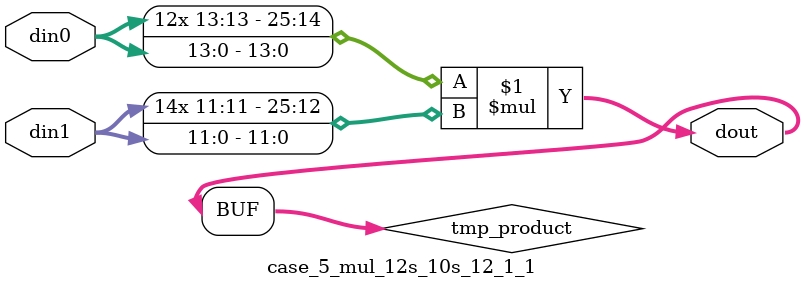
<source format=v>

`timescale 1 ns / 1 ps

 module case_5_mul_12s_10s_12_1_1(din0, din1, dout);
parameter ID = 1;
parameter NUM_STAGE = 0;
parameter din0_WIDTH = 14;
parameter din1_WIDTH = 12;
parameter dout_WIDTH = 26;

input [din0_WIDTH - 1 : 0] din0; 
input [din1_WIDTH - 1 : 0] din1; 
output [dout_WIDTH - 1 : 0] dout;

wire signed [dout_WIDTH - 1 : 0] tmp_product;



























assign tmp_product = $signed(din0) * $signed(din1);








assign dout = tmp_product;





















endmodule

</source>
